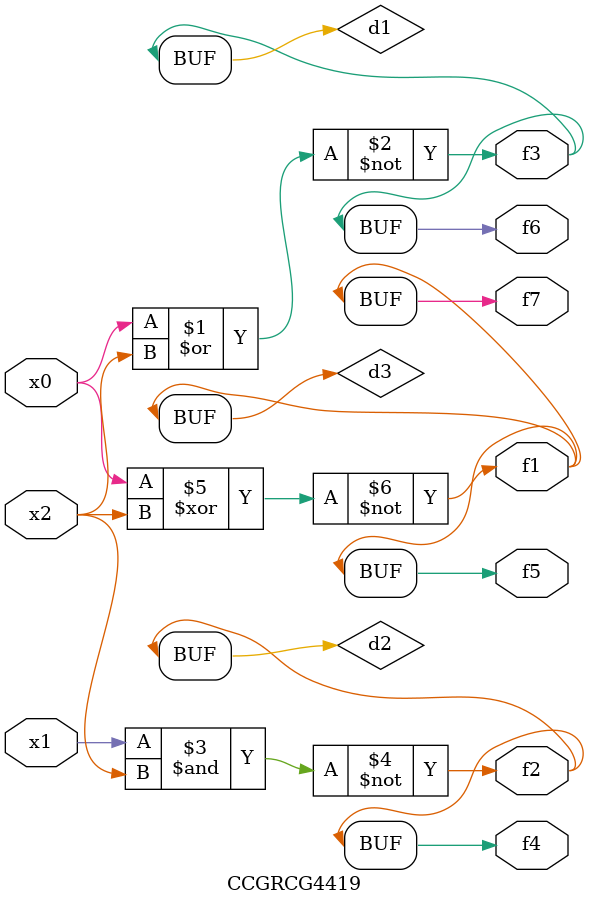
<source format=v>
module CCGRCG4419(
	input x0, x1, x2,
	output f1, f2, f3, f4, f5, f6, f7
);

	wire d1, d2, d3;

	nor (d1, x0, x2);
	nand (d2, x1, x2);
	xnor (d3, x0, x2);
	assign f1 = d3;
	assign f2 = d2;
	assign f3 = d1;
	assign f4 = d2;
	assign f5 = d3;
	assign f6 = d1;
	assign f7 = d3;
endmodule

</source>
